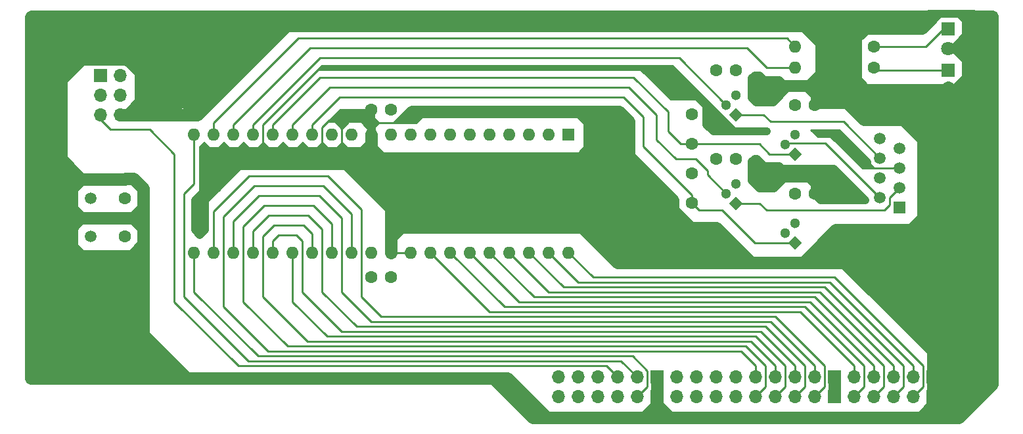
<source format=gbr>
%TF.GenerationSoftware,KiCad,Pcbnew,(5.1.10)-1*%
%TF.CreationDate,2022-08-14T17:25:08-06:00*%
%TF.ProjectId,network_card_a,6e657477-6f72-46b5-9f63-6172645f612e,rev?*%
%TF.SameCoordinates,Original*%
%TF.FileFunction,Copper,L1,Top*%
%TF.FilePolarity,Positive*%
%FSLAX46Y46*%
G04 Gerber Fmt 4.6, Leading zero omitted, Abs format (unit mm)*
G04 Created by KiCad (PCBNEW (5.1.10)-1) date 2022-08-14 17:25:08*
%MOMM*%
%LPD*%
G01*
G04 APERTURE LIST*
%TA.AperFunction,ComponentPad*%
%ADD10C,1.600000*%
%TD*%
%TA.AperFunction,ComponentPad*%
%ADD11O,1.600000X1.600000*%
%TD*%
%TA.AperFunction,ComponentPad*%
%ADD12C,1.800000*%
%TD*%
%TA.AperFunction,ComponentPad*%
%ADD13R,1.800000X1.800000*%
%TD*%
%TA.AperFunction,ComponentPad*%
%ADD14R,1.700000X1.700000*%
%TD*%
%TA.AperFunction,ComponentPad*%
%ADD15O,1.700000X1.700000*%
%TD*%
%TA.AperFunction,ComponentPad*%
%ADD16C,1.500000*%
%TD*%
%TA.AperFunction,ComponentPad*%
%ADD17R,1.600000X1.600000*%
%TD*%
%TA.AperFunction,WasherPad*%
%ADD18C,3.650000*%
%TD*%
%TA.AperFunction,ComponentPad*%
%ADD19R,1.500000X1.500000*%
%TD*%
%TA.AperFunction,ComponentPad*%
%ADD20C,1.300000*%
%TD*%
%TA.AperFunction,ComponentPad*%
%ADD21C,0.100000*%
%TD*%
%TA.AperFunction,Conductor*%
%ADD22C,0.250000*%
%TD*%
%TA.AperFunction,Conductor*%
%ADD23C,1.600000*%
%TD*%
%TA.AperFunction,Conductor*%
%ADD24C,2.500000*%
%TD*%
%TA.AperFunction,Conductor*%
%ADD25C,1.000000*%
%TD*%
G04 APERTURE END LIST*
D10*
%TO.P,10k\u03A9,1*%
%TO.N,N/C*%
X435515000Y-287350200D03*
D11*
%TO.P,10k\u03A9,2*%
X425355000Y-287350200D03*
%TD*%
%TO.P,10k\u03A9,2*%
%TO.N,N/C*%
X425320460Y-279717500D03*
D10*
%TO.P,10k\u03A9,1*%
X435480460Y-279717500D03*
%TD*%
D11*
%TO.P,100k\u03A9,2*%
%TO.N,N/C*%
X425323000Y-283527500D03*
D10*
%TO.P,100k\u03A9,1*%
X435483000Y-283527500D03*
%TD*%
D12*
%TO.P,TX,2*%
%TO.N,N/C*%
X468475060Y-272770600D03*
D13*
%TO.P,TX,1*%
X468475060Y-270230600D03*
%TD*%
D11*
%TO.P,4.7k\u03A9,2*%
%TO.N,N/C*%
X448815460Y-267157200D03*
D10*
%TO.P,4.7k\u03A9,1*%
X458975460Y-267157200D03*
%TD*%
D14*
%TO.P, ,1*%
%TO.N,N/C*%
X359280460Y-270857980D03*
D15*
%TO.P, ,2*%
X361820460Y-270857980D03*
%TO.P, ,3*%
X359280460Y-273397980D03*
%TO.P, ,4*%
X361820460Y-273397980D03*
%TO.P, ,5*%
X359280460Y-275937980D03*
%TO.P, ,6*%
X361820460Y-275937980D03*
%TD*%
D10*
%TO.P,4.7k\u03A9,1*%
%TO.N,N/C*%
X458975460Y-269892780D03*
D11*
%TO.P,4.7k\u03A9,2*%
X448815460Y-269892780D03*
%TD*%
D10*
%TO.P,20pf,2*%
%TO.N,N/C*%
X362455460Y-284232980D03*
%TO.P,20pf,1*%
X362455460Y-286732980D03*
%TD*%
D16*
%TO.P, ,2*%
%TO.N,N/C*%
X358010460Y-291632980D03*
%TO.P, ,1*%
X358010460Y-286732980D03*
%TD*%
D10*
%TO.P,20pf,1*%
%TO.N,N/C*%
X362455460Y-294135180D03*
%TO.P,20pf,2*%
X362455460Y-291635180D03*
%TD*%
%TO.P,0.1uf,1*%
%TO.N,N/C*%
X448815460Y-286097980D03*
%TO.P,0.1uf,2*%
X451315460Y-286097980D03*
%TD*%
%TO.P,0.1uf,1*%
%TO.N,N/C*%
X394205460Y-275302980D03*
%TO.P,0.1uf,2*%
X396705460Y-275302980D03*
%TD*%
%TO.P,0.1uf,1*%
%TO.N,N/C*%
X394205460Y-296892980D03*
%TO.P,0.1uf,2*%
X396705460Y-296892980D03*
%TD*%
D12*
%TO.P,RX,2*%
%TO.N,N/C*%
X468475060Y-267403580D03*
D13*
%TO.P,RX,1*%
X468475060Y-264863580D03*
%TD*%
D15*
%TO.P,20pin conn.,40*%
%TO.N,N/C*%
X418299900Y-312326020D03*
%TO.P,20pin conn.,39*%
X418299900Y-309786020D03*
%TO.P,20pin conn.,38*%
X420839900Y-312326020D03*
%TO.P,20pin conn.,37*%
X420839900Y-309786020D03*
%TO.P,20pin conn.,36*%
X423379900Y-312326020D03*
%TO.P,20pin conn.,35*%
X423379900Y-309786020D03*
%TO.P,20pin conn.,34*%
X425919900Y-312326020D03*
%TO.P,20pin conn.,33*%
X425919900Y-309786020D03*
%TO.P,20pin conn.,32*%
X428459900Y-312326020D03*
%TO.P,20pin conn.,31*%
X428459900Y-309786020D03*
D14*
%TO.P,20pin conn.,30*%
X430999900Y-312326020D03*
%TO.P,20pin conn.,29*%
X430999900Y-309786020D03*
D15*
%TO.P,20pin conn.,28*%
X433539900Y-312326020D03*
%TO.P,20pin conn.,27*%
X433539900Y-309786020D03*
%TO.P,20pin conn.,26*%
X436079900Y-312326020D03*
%TO.P,20pin conn.,25*%
X436079900Y-309786020D03*
%TO.P,20pin conn.,24*%
X438619900Y-312326020D03*
%TO.P,20pin conn.,23*%
X438619900Y-309786020D03*
%TO.P,20pin conn.,22*%
X441159900Y-312326020D03*
%TO.P,20pin conn.,21*%
X441159900Y-309786020D03*
%TO.P,20pin conn.,20*%
X443699900Y-312326020D03*
%TO.P,20pin conn.,19*%
X443699900Y-309786020D03*
%TO.P,20pin conn.,18*%
X446239900Y-312326020D03*
%TO.P,20pin conn.,17*%
X446239900Y-309786020D03*
%TO.P,20pin conn.,16*%
X448779900Y-312326020D03*
%TO.P,20pin conn.,15*%
X448779900Y-309786020D03*
%TO.P,20pin conn.,14*%
X451319900Y-312326020D03*
%TO.P,20pin conn.,13*%
X451319900Y-309786020D03*
D14*
%TO.P,20pin conn.,12*%
X453859900Y-312326020D03*
%TO.P,20pin conn.,11*%
X453859900Y-309786020D03*
D15*
%TO.P,20pin conn.,10*%
X456399900Y-312326020D03*
%TO.P,20pin conn.,9*%
X456399900Y-309786020D03*
%TO.P,20pin conn.,8*%
X458939900Y-312326020D03*
%TO.P,20pin conn.,7*%
X458939900Y-309786020D03*
%TO.P,20pin conn.,6*%
X461479900Y-312326020D03*
%TO.P,20pin conn.,5*%
X461479900Y-309786020D03*
%TO.P,20pin conn.,4*%
X464019900Y-312326020D03*
%TO.P,20pin conn.,3*%
X464019900Y-309786020D03*
D14*
%TO.P,20pin conn.,2*%
X466559900Y-312326020D03*
%TO.P,20pin conn.,1*%
X466559900Y-309786020D03*
%TD*%
D17*
%TO.P,atmega164,1*%
%TO.N,N/C*%
X419605460Y-278477980D03*
D11*
%TO.P,atmega164,21*%
X371345460Y-293717980D03*
%TO.P,atmega164,2*%
X417065460Y-278477980D03*
%TO.P,atmega164,22*%
X373885460Y-293717980D03*
%TO.P,atmega164,3*%
X414525460Y-278477980D03*
%TO.P,atmega164,23*%
X376425460Y-293717980D03*
%TO.P,atmega164,4*%
X411985460Y-278477980D03*
%TO.P,atmega164,24*%
X378965460Y-293717980D03*
%TO.P,atmega164,5*%
X409445460Y-278477980D03*
%TO.P,atmega164,25*%
X381505460Y-293717980D03*
%TO.P,atmega164,6*%
X406905460Y-278477980D03*
%TO.P,atmega164,26*%
X384045460Y-293717980D03*
%TO.P,atmega164,7*%
X404365460Y-278477980D03*
%TO.P,atmega164,27*%
X386585460Y-293717980D03*
%TO.P,atmega164,8*%
X401825460Y-278477980D03*
%TO.P,atmega164,28*%
X389125460Y-293717980D03*
%TO.P,atmega164,9*%
X399285460Y-278477980D03*
%TO.P,atmega164,29*%
X391665460Y-293717980D03*
%TO.P,atmega164,10*%
X396745460Y-278477980D03*
%TO.P,atmega164,30*%
X394205460Y-293717980D03*
%TO.P,atmega164,11*%
X394205460Y-278477980D03*
%TO.P,atmega164,31*%
X396745460Y-293717980D03*
%TO.P,atmega164,12*%
X391665460Y-278477980D03*
%TO.P,atmega164,32*%
X399285460Y-293717980D03*
%TO.P,atmega164,13*%
X389125460Y-278477980D03*
%TO.P,atmega164,33*%
X401825460Y-293717980D03*
%TO.P,atmega164,14*%
X386585460Y-278477980D03*
%TO.P,atmega164,34*%
X404365460Y-293717980D03*
%TO.P,atmega164,15*%
X384045460Y-278477980D03*
%TO.P,atmega164,35*%
X406905460Y-293717980D03*
%TO.P,atmega164,16*%
X381505460Y-278477980D03*
%TO.P,atmega164,36*%
X409445460Y-293717980D03*
%TO.P,atmega164,17*%
X378965460Y-278477980D03*
%TO.P,atmega164,37*%
X411985460Y-293717980D03*
%TO.P,atmega164,18*%
X376425460Y-278477980D03*
%TO.P,atmega164,38*%
X414525460Y-293717980D03*
%TO.P,atmega164,19*%
X373885460Y-278477980D03*
%TO.P,atmega164,39*%
X417065460Y-293717980D03*
%TO.P,atmega164,20*%
X371345460Y-278477980D03*
%TO.P,atmega164,40*%
X419605460Y-293717980D03*
%TD*%
D18*
%TO.P,RJ45,*%
%TO.N,*%
X468627460Y-277766780D03*
X468627460Y-289196780D03*
D19*
%TO.P,RJ45,1*%
%TO.N,N/C*%
X462277460Y-287926780D03*
D16*
%TO.P,RJ45,2*%
X459737460Y-286656780D03*
%TO.P,RJ45,3*%
X462277460Y-285386780D03*
%TO.P,RJ45,4*%
X459737460Y-284116780D03*
%TO.P,RJ45,5*%
X462277460Y-282846780D03*
%TO.P,RJ45,6*%
X459737460Y-281576780D03*
%TO.P,RJ45,7*%
X462277460Y-280306780D03*
%TO.P,RJ45,8*%
X459737460Y-279036780D03*
%TD*%
D20*
%TO.P,BC547B,2*%
%TO.N,N/C*%
X439925460Y-274667980D03*
%TO.P,BC547B,3*%
X441195460Y-273397980D03*
%TA.AperFunction,ComponentPad*%
D21*
%TO.P,BC547B,1*%
G36*
X442114699Y-275937980D02*
G01*
X441195460Y-276857219D01*
X440276221Y-275937980D01*
X441195460Y-275018741D01*
X442114699Y-275937980D01*
G37*
%TD.AperFunction*%
%TD*%
%TA.AperFunction,ComponentPad*%
%TO.P,BC547B,1*%
%TO.N,N/C*%
G36*
X449734699Y-281017980D02*
G01*
X448815460Y-281937219D01*
X447896221Y-281017980D01*
X448815460Y-280098741D01*
X449734699Y-281017980D01*
G37*
%TD.AperFunction*%
D20*
%TO.P,BC547B,3*%
X448815460Y-278477980D03*
%TO.P,BC547B,2*%
X447545460Y-279747980D03*
%TD*%
%TA.AperFunction,ComponentPad*%
D21*
%TO.P,BC547B,1*%
%TO.N,N/C*%
G36*
X449734699Y-292447980D02*
G01*
X448815460Y-293367219D01*
X447896221Y-292447980D01*
X448815460Y-291528741D01*
X449734699Y-292447980D01*
G37*
%TD.AperFunction*%
D20*
%TO.P,BC547B,3*%
X448815460Y-289907980D03*
%TO.P,BC547B,2*%
X447545460Y-291177980D03*
%TD*%
%TO.P,BC547B,2*%
%TO.N,N/C*%
X439925460Y-286097980D03*
%TO.P,BC547B,3*%
X441195460Y-284827980D03*
%TA.AperFunction,ComponentPad*%
D21*
%TO.P,BC547B,1*%
G36*
X442114699Y-287367980D02*
G01*
X441195460Y-288287219D01*
X440276221Y-287367980D01*
X441195460Y-286448741D01*
X442114699Y-287367980D01*
G37*
%TD.AperFunction*%
%TD*%
D11*
%TO.P,100k\u03A9,2*%
%TO.N,N/C*%
X425320460Y-275920200D03*
D10*
%TO.P,100k\u03A9,1*%
X435480460Y-275920200D03*
%TD*%
%TO.P,0.1uf,1*%
%TO.N,N/C*%
X438655460Y-270222980D03*
%TO.P,0.1uf,2*%
X441155460Y-270222980D03*
%TD*%
%TO.P,0.1uf,2*%
%TO.N,N/C*%
X441155460Y-281652980D03*
%TO.P,0.1uf,1*%
X438655460Y-281652980D03*
%TD*%
%TO.P,0.1uf,2*%
%TO.N,N/C*%
X451315460Y-274667980D03*
%TO.P,0.1uf,1*%
X448815460Y-274667980D03*
%TD*%
D22*
%TO.N,*%
X409445460Y-301337980D02*
X401825460Y-293717980D01*
X450720460Y-300067980D02*
X413255460Y-300067980D01*
X456399900Y-308287420D02*
X449450460Y-301337980D01*
X458939900Y-308287420D02*
X450720460Y-300067980D01*
X456399900Y-309786020D02*
X456399900Y-308287420D01*
X404365460Y-293717980D02*
X411350460Y-300702980D01*
X411350460Y-300702980D02*
X450085460Y-300702980D01*
X457705460Y-308322980D02*
X457705460Y-311020460D01*
X457705460Y-311020460D02*
X456399900Y-312326020D01*
X458939900Y-309786020D02*
X458939900Y-308287420D01*
X449450460Y-301337980D02*
X409445460Y-301337980D01*
X460245460Y-311020460D02*
X460245460Y-308322980D01*
X451355460Y-299432980D02*
X415160460Y-299432980D01*
X460245460Y-308322980D02*
X451355460Y-299432980D01*
X458939900Y-312326020D02*
X460245460Y-311020460D01*
X450085460Y-300702980D02*
X457705460Y-308322980D01*
X413255460Y-300067980D02*
X406905460Y-293717980D01*
X415160460Y-299432980D02*
X409445460Y-293717980D01*
X461479900Y-309786020D02*
X461479900Y-308287420D01*
X461479900Y-308287420D02*
X451990460Y-298797980D01*
X451990460Y-298797980D02*
X417065460Y-298797980D01*
X417065460Y-298797980D02*
X411985460Y-293717980D01*
X461479900Y-312326020D02*
X462785460Y-311020460D01*
X462785460Y-311020460D02*
X462785460Y-308322980D01*
X462785460Y-308322980D02*
X452625460Y-298162980D01*
X452625460Y-298162980D02*
X418970460Y-298162980D01*
X418970460Y-298162980D02*
X414525460Y-293717980D01*
X464019900Y-309786020D02*
X464019900Y-308287420D01*
X464019900Y-308287420D02*
X453260460Y-297527980D01*
X453260460Y-297527980D02*
X420875460Y-297527980D01*
X420875460Y-297527980D02*
X417065460Y-293717980D01*
X464019900Y-312326020D02*
X465325460Y-311020460D01*
X465325460Y-311020460D02*
X465325460Y-308322980D01*
X465325460Y-308322980D02*
X453895460Y-296892980D01*
X453895460Y-296892980D02*
X422780460Y-296892980D01*
X422780460Y-296892980D02*
X419605460Y-293717980D01*
D23*
X432618490Y-314986010D02*
X465003490Y-314986010D01*
D22*
X446239900Y-312326020D02*
X447545460Y-311020460D01*
X447545460Y-311020460D02*
X447545460Y-308322980D01*
X447545460Y-308322980D02*
X443735460Y-304512980D01*
X443735460Y-304512980D02*
X388490460Y-304512980D01*
X388490460Y-304512980D02*
X384045460Y-300067980D01*
X384045460Y-300067980D02*
X384045460Y-293717980D01*
X425919900Y-309786020D02*
X424456860Y-308322980D01*
X424456860Y-308322980D02*
X377060460Y-308322980D01*
X377060460Y-308322980D02*
X368805460Y-300067980D01*
X368805460Y-300067980D02*
X368805460Y-281017980D01*
X368805460Y-281017980D02*
X365630460Y-277842980D01*
X365630460Y-277842980D02*
X360550460Y-277842980D01*
X360550460Y-277842980D02*
X359280460Y-276572980D01*
X359280460Y-276572980D02*
X359280460Y-275937980D01*
X428459900Y-309786020D02*
X426361860Y-307687980D01*
X426361860Y-307687980D02*
X378330460Y-307687980D01*
X378330460Y-307687980D02*
X370075460Y-299432980D01*
X370075460Y-299432980D02*
X370075460Y-286097980D01*
X370075460Y-286097980D02*
X371345460Y-284827980D01*
X371345460Y-284827980D02*
X371345460Y-278477980D01*
X428459900Y-312326020D02*
X429765460Y-311020460D01*
X429765460Y-311020460D02*
X429765460Y-308957980D01*
X429765460Y-308957980D02*
X427860460Y-307052980D01*
X427860460Y-307052980D02*
X379600460Y-307052980D01*
X379600460Y-307052980D02*
X371345460Y-298797980D01*
X371345460Y-298797980D02*
X371345460Y-293717980D01*
D23*
X409886249Y-309906010D02*
X411663490Y-309906010D01*
X411663490Y-309906010D02*
X416743490Y-314986010D01*
X416743490Y-314986010D02*
X416752430Y-314986010D01*
X364360460Y-303877980D02*
X370388490Y-309906010D01*
X370388490Y-309906010D02*
X371667430Y-309906010D01*
X368170460Y-308957980D02*
X368170460Y-309592980D01*
X368170460Y-309592980D02*
X367857430Y-309906010D01*
X366900460Y-307687980D02*
X366900460Y-309584040D01*
X366900460Y-309584040D02*
X366578490Y-309906010D01*
X365630460Y-306417980D02*
X365630460Y-309584040D01*
X365630460Y-309584040D02*
X365308490Y-309906010D01*
X364360460Y-305147980D02*
X364360460Y-309584040D01*
X364360460Y-309584040D02*
X364038490Y-309906010D01*
X363090460Y-303877980D02*
X363090460Y-309584040D01*
X363090460Y-309584040D02*
X362768490Y-309906010D01*
X361820460Y-302607980D02*
X361820460Y-309592980D01*
X361820460Y-309592980D02*
X361507430Y-309906010D01*
X360550460Y-301337980D02*
X360550460Y-309584040D01*
X360550460Y-309584040D02*
X360228490Y-309906010D01*
X359280460Y-300067980D02*
X359280460Y-309584040D01*
X359280460Y-309584040D02*
X358958490Y-309906010D01*
X358010460Y-298797980D02*
X358010460Y-309592980D01*
X358010460Y-309592980D02*
X357697430Y-309906010D01*
X356740460Y-297527980D02*
X356740460Y-308949040D01*
X356740460Y-308949040D02*
X357697430Y-309906010D01*
X355470460Y-296257980D02*
X355470460Y-309584040D01*
X355470460Y-309584040D02*
X355148490Y-309906010D01*
X354200460Y-293717980D02*
X354200460Y-308949040D01*
X354200460Y-308949040D02*
X353243490Y-309906010D01*
X353243490Y-309906010D02*
X352930460Y-309592980D01*
X352930460Y-309592980D02*
X352930460Y-263237980D01*
X351660460Y-263237980D02*
X351660460Y-309592980D01*
X351660460Y-309592980D02*
X351973490Y-309906010D01*
X350270470Y-309906010D02*
X350270470Y-263357970D01*
X350270470Y-263357970D02*
X350390460Y-263237980D01*
X416752430Y-314986010D02*
X414966248Y-314986010D01*
X414966248Y-314986010D02*
X409886249Y-309906010D01*
X409886249Y-309906010D02*
X350270470Y-309906010D01*
D24*
X357375460Y-264507980D02*
X382140460Y-264507980D01*
X353565460Y-271492980D02*
X358645460Y-266412980D01*
X355787960Y-264190480D02*
X354200460Y-265777980D01*
D23*
X354200460Y-263872980D02*
X354200460Y-265777980D01*
X354200460Y-265777980D02*
X354200460Y-268317980D01*
X354200460Y-268317980D02*
X354200460Y-281652980D01*
X466559900Y-312326020D02*
X466559900Y-313429600D01*
X466559900Y-313429600D02*
X465003490Y-314986010D01*
X466595460Y-296186860D02*
X466559900Y-296222420D01*
X466559900Y-312326020D02*
X466559900Y-312732420D01*
X466559900Y-312732420D02*
X467865460Y-314037980D01*
X466559900Y-309786020D02*
X466559900Y-312326020D01*
D24*
X361820460Y-294987980D02*
X363090460Y-296257980D01*
X359915460Y-294987980D02*
X363725460Y-298797980D01*
X358010460Y-295622980D02*
X363725460Y-301337980D01*
D23*
X356740460Y-296257980D02*
X364360460Y-303877980D01*
X364802420Y-292628320D02*
X364802420Y-303849720D01*
X355192960Y-285820480D02*
X354280460Y-286732980D01*
X356780460Y-284232980D02*
X355192960Y-285820480D01*
X356780460Y-294175180D02*
X354944360Y-292339080D01*
X354944360Y-292339080D02*
X354200460Y-291595180D01*
X355192960Y-292090480D02*
X354944360Y-292339080D01*
X364804960Y-290542980D02*
X364804960Y-288002980D01*
X362455460Y-294135180D02*
X362881860Y-294135180D01*
X363316200Y-294135180D02*
X364794800Y-292656580D01*
X364804960Y-292656580D02*
X364804960Y-290542980D01*
X364804960Y-290542980D02*
X363534960Y-289272980D01*
X354200460Y-289272980D02*
X363090460Y-289272980D01*
X363534960Y-289272980D02*
X364804960Y-288002980D01*
X364804960Y-288002980D02*
X364804960Y-285462980D01*
X354200460Y-289272980D02*
X354200460Y-293717980D01*
X354200460Y-286732980D02*
X354200460Y-289272980D01*
X356918260Y-294175180D02*
X355470460Y-294175180D01*
X354200460Y-293717980D02*
X356740460Y-296257980D01*
X362455460Y-294175180D02*
X356918260Y-294175180D01*
X356918260Y-294175180D02*
X356918260Y-296080180D01*
X362455460Y-284232980D02*
X355470460Y-284232980D01*
X356780460Y-284232980D02*
X354200460Y-281652980D01*
X354200460Y-281652980D02*
X354200460Y-286732980D01*
X354280460Y-286732980D02*
X354200460Y-286732980D01*
X432618490Y-314986010D02*
X416752430Y-314986010D01*
X431670460Y-314037980D02*
X432618490Y-314986010D01*
X430999900Y-313367420D02*
X431670460Y-314037980D01*
X430999900Y-313367420D02*
X429381310Y-314986010D01*
X430999900Y-309786020D02*
X430999900Y-313367420D01*
D22*
X396745460Y-293717980D02*
X399285460Y-293717980D01*
D25*
X441155460Y-284787980D02*
X441195460Y-284827980D01*
X441155460Y-273357980D02*
X441195460Y-273397980D01*
D23*
X471675460Y-312767980D02*
X471893521Y-312986041D01*
X471675460Y-263237980D02*
X471675460Y-312767980D01*
X472945460Y-311497980D02*
X473163521Y-311716041D01*
X472945460Y-263237980D02*
X472945460Y-311497980D01*
X414525460Y-287367980D02*
X396745460Y-287367980D01*
D24*
X417830000Y-286097980D02*
X424815000Y-286097980D01*
X423415460Y-284827980D02*
X423415460Y-280382980D01*
D23*
X432940460Y-294987980D02*
X429130460Y-291177980D01*
X471675460Y-298797980D02*
X459610460Y-298797980D01*
X460880460Y-276572980D02*
X467865460Y-276572980D01*
X466559900Y-306453540D02*
X466559900Y-306382420D01*
X469770460Y-296892980D02*
X457705460Y-296892980D01*
X422145460Y-291177980D02*
X425955460Y-294987980D01*
X466559900Y-306453540D02*
X466559900Y-314866020D01*
X431035460Y-291812980D02*
X438655460Y-291812980D01*
X474215460Y-301337980D02*
X462150460Y-301337980D01*
X429130460Y-291177980D02*
X425320460Y-287367980D01*
X429130460Y-291177980D02*
X422145460Y-291177980D01*
X466559900Y-296222420D02*
X466559900Y-306453540D01*
X466595460Y-273397980D02*
X466595460Y-279112980D01*
X438655460Y-290542980D02*
X443100460Y-294987980D01*
X432305460Y-293082980D02*
X439925460Y-293082980D01*
X457705460Y-274032980D02*
X458975460Y-274032980D01*
X455295000Y-273050000D02*
X455295000Y-267970000D01*
X425955460Y-294987980D02*
X432940460Y-294987980D01*
X466595460Y-279112980D02*
X466595460Y-288002980D01*
X458975460Y-274032980D02*
X465960460Y-274032980D01*
X418335460Y-287367980D02*
X425320460Y-287367980D01*
X421510460Y-290542980D02*
X438655460Y-290542980D01*
X443100460Y-294987980D02*
X432940460Y-294987980D01*
X414525460Y-287367980D02*
X418335460Y-287367980D01*
X456565000Y-271492980D02*
X458470000Y-273397980D01*
X455165460Y-294987980D02*
X451990460Y-294987980D01*
X430400460Y-292447980D02*
X423415460Y-292447980D01*
X463420460Y-291812980D02*
X465960460Y-291812980D01*
X463420460Y-302607980D02*
X465960460Y-302607980D01*
X433575460Y-293717980D02*
X441195460Y-293717980D01*
X394840460Y-284192980D02*
X394205460Y-283557980D01*
X415795460Y-286097980D02*
X414525460Y-287367980D01*
X466595460Y-288002980D02*
X466595460Y-296186860D01*
X415795460Y-286097980D02*
X396745460Y-286097980D01*
X472945460Y-300067980D02*
X460880460Y-300067980D01*
X468500460Y-295622980D02*
X456435460Y-295622980D01*
X464690460Y-303877980D02*
X467230460Y-303877980D01*
X462785460Y-293082980D02*
X465325460Y-293082980D01*
X470405460Y-298162980D02*
X458340460Y-298162980D01*
X451990460Y-294987980D02*
X443100460Y-294987980D01*
X463420460Y-303242980D02*
X455165460Y-294987980D01*
X396745460Y-286097980D02*
X394840460Y-284192980D01*
X466559900Y-306382420D02*
X463420460Y-303242980D01*
X427225460Y-289272980D02*
X420240460Y-289272980D01*
X431670460Y-293717980D02*
X424685460Y-293717980D01*
X464055460Y-277842980D02*
X471040460Y-277842980D01*
X462785460Y-276572980D02*
X457705460Y-276572980D01*
X455165460Y-269587980D02*
X448815460Y-263237980D01*
X466595460Y-280382980D02*
X462785460Y-276572980D01*
X457070460Y-275302980D02*
X465960460Y-275302980D01*
X457070460Y-273397980D02*
X457705460Y-274032980D01*
X455800460Y-269587980D02*
X452198740Y-265986260D01*
X457705460Y-276572980D02*
X456326240Y-275193760D01*
X452198740Y-265986260D02*
X449450460Y-263237980D01*
X452755000Y-270510000D02*
X455642980Y-273397980D01*
X452755000Y-269240000D02*
X455642980Y-272127980D01*
X453390000Y-265430000D02*
X456277980Y-268317980D01*
X456565000Y-271780000D02*
X456565000Y-265430000D01*
X350390460Y-263237980D02*
X466377020Y-263237980D01*
X469135460Y-273050000D02*
X468500460Y-272415000D01*
X468178490Y-314986010D02*
X469135460Y-314029040D01*
X469135460Y-314029040D02*
X469135460Y-273050000D01*
X467865460Y-314672980D02*
X468178490Y-314986010D01*
X467865460Y-273397980D02*
X467865460Y-314672980D01*
X470405460Y-314037980D02*
X470623521Y-314256041D01*
X470405460Y-272920460D02*
X470405460Y-314037980D01*
X471040460Y-272285460D02*
X470405460Y-272920460D01*
X471040460Y-263237980D02*
X471040460Y-272285460D01*
X474215460Y-263237980D02*
X471040460Y-263237980D01*
X474215460Y-310664102D02*
X474215460Y-263237980D01*
X469893552Y-314986010D02*
X474215460Y-310664102D01*
X465003490Y-314986010D02*
X469893552Y-314986010D01*
X471675460Y-270639540D02*
X469265000Y-273050000D01*
X468152480Y-272762980D02*
X468500460Y-272415000D01*
X457070460Y-272762980D02*
X468152480Y-272762980D01*
X456435460Y-272127980D02*
X457070460Y-272762980D01*
X456435460Y-274032980D02*
X456435460Y-272127980D01*
X455800460Y-274667980D02*
X456435460Y-274032980D01*
X456326240Y-275193760D02*
X455800460Y-274667980D01*
D25*
X471797380Y-262938260D02*
X466082380Y-262938260D01*
X471170000Y-265430000D02*
X469265000Y-267335000D01*
X469265000Y-267403580D02*
X470971880Y-269110460D01*
X468475060Y-267403580D02*
X470684860Y-267403580D01*
D22*
X467926420Y-264863580D02*
X468475060Y-264863580D01*
X465632800Y-267157200D02*
X467926420Y-264863580D01*
X458975460Y-267157200D02*
X465632800Y-267157200D01*
X459331060Y-270230600D02*
X458975460Y-269875000D01*
X468475060Y-270230600D02*
X459331060Y-270230600D01*
X381505460Y-292229540D02*
X381505460Y-293717980D01*
X384531870Y-291465000D02*
X382270000Y-291465000D01*
X385315460Y-292248590D02*
X384531870Y-291465000D01*
X382270000Y-291465000D02*
X381505460Y-292229540D01*
X385315460Y-298797980D02*
X385315460Y-292248590D01*
X390395460Y-303877980D02*
X385315460Y-298797980D01*
X444370460Y-303877980D02*
X390395460Y-303877980D01*
X448779900Y-308287420D02*
X444370460Y-303877980D01*
X448779900Y-309786020D02*
X448779900Y-308287420D01*
X386585460Y-291335460D02*
X386585460Y-293717980D01*
X385445000Y-290195000D02*
X386585460Y-291335460D01*
X380235460Y-291594540D02*
X381635000Y-290195000D01*
X380235460Y-299432980D02*
X380235460Y-291594540D01*
X385950460Y-305147980D02*
X380235460Y-299432980D01*
X381635000Y-290195000D02*
X385445000Y-290195000D01*
X443100460Y-305147980D02*
X385950460Y-305147980D01*
X446239900Y-308287420D02*
X443100460Y-305147980D01*
X446239900Y-309786020D02*
X446239900Y-308287420D01*
X450085460Y-311020460D02*
X448779900Y-312326020D01*
X450085460Y-308322980D02*
X450085460Y-311020460D01*
X392300460Y-303242980D02*
X445005460Y-303242980D01*
X387855460Y-298797980D02*
X392300460Y-303242980D01*
X387855460Y-290700460D02*
X387855460Y-298797980D01*
X445005460Y-303242980D02*
X450085460Y-308322980D01*
X386080000Y-288925000D02*
X387855460Y-290700460D01*
X381000000Y-288925000D02*
X386080000Y-288925000D01*
X378965460Y-290959540D02*
X381000000Y-288925000D01*
X378965460Y-293717980D02*
X378965460Y-290959540D01*
X445005460Y-311020460D02*
X443699900Y-312326020D01*
X445005460Y-308322980D02*
X445005460Y-311020460D01*
X377695460Y-300067980D02*
X383410460Y-305782980D01*
X383410460Y-305782980D02*
X442465460Y-305782980D01*
X377695460Y-290324540D02*
X377695460Y-300067980D01*
X380365000Y-287655000D02*
X377695460Y-290324540D01*
X389125460Y-290065460D02*
X386715000Y-287655000D01*
X442465460Y-305782980D02*
X445005460Y-308322980D01*
X386715000Y-287655000D02*
X380365000Y-287655000D01*
X389125460Y-293717980D02*
X389125460Y-290065460D01*
X376425460Y-289689540D02*
X376425460Y-293717980D01*
X387508750Y-286385000D02*
X379730000Y-286385000D01*
X390395460Y-289271710D02*
X387508750Y-286385000D01*
X390395460Y-298797980D02*
X390395460Y-289271710D01*
X394205460Y-302607980D02*
X390395460Y-298797980D01*
X445640460Y-302607980D02*
X394205460Y-302607980D01*
X451319900Y-308287420D02*
X445640460Y-302607980D01*
X379730000Y-286385000D02*
X376425460Y-289689540D01*
X451319900Y-309786020D02*
X451319900Y-308287420D01*
X391665460Y-288795460D02*
X391665460Y-293717980D01*
X379095000Y-285115000D02*
X387985000Y-285115000D01*
X375155460Y-289054540D02*
X379095000Y-285115000D01*
X375155460Y-300702980D02*
X375155460Y-289054540D01*
X387985000Y-285115000D02*
X391665460Y-288795460D01*
X380870460Y-306417980D02*
X375155460Y-300702980D01*
X443699900Y-308287420D02*
X441830460Y-306417980D01*
X441830460Y-306417980D02*
X380870460Y-306417980D01*
X443699900Y-309786020D02*
X443699900Y-308287420D01*
X373885460Y-288419540D02*
X373885460Y-293717980D01*
X392935460Y-288160460D02*
X388620000Y-283845000D01*
X378460000Y-283845000D02*
X373885460Y-288419540D01*
X392935460Y-299432980D02*
X392935460Y-288160460D01*
X388620000Y-283845000D02*
X378460000Y-283845000D01*
X395475460Y-301972980D02*
X392935460Y-299432980D01*
X446275460Y-301972980D02*
X395475460Y-301972980D01*
X452625460Y-311020460D02*
X452625460Y-308322980D01*
X452625460Y-308322980D02*
X446275460Y-301972980D01*
X451319900Y-312326020D02*
X452625460Y-311020460D01*
D25*
X470115900Y-263105900D02*
X471170000Y-264160000D01*
D23*
X416587940Y-286097980D02*
X415795460Y-286097980D01*
X425320460Y-277365460D02*
X416587940Y-286097980D01*
D24*
X424685460Y-281305000D02*
X419605460Y-286385000D01*
D22*
X447715640Y-279577800D02*
X447545460Y-279747980D01*
X452658480Y-279577800D02*
X447715640Y-279577800D01*
X459737460Y-286656780D02*
X452658480Y-279577800D01*
X430926240Y-279161240D02*
X433425600Y-281660600D01*
X435965600Y-281660600D02*
X437515000Y-283210000D01*
X430926240Y-275986240D02*
X430926240Y-279161240D01*
X427355000Y-272415000D02*
X430926240Y-275986240D01*
X437515000Y-283687520D02*
X439925460Y-286097980D01*
X437515000Y-283210000D02*
X437515000Y-283687520D01*
X433425600Y-281660600D02*
X435965600Y-281660600D01*
X388838440Y-272415000D02*
X427355000Y-272415000D01*
X384045460Y-277207980D02*
X388838440Y-272415000D01*
X384045460Y-278477980D02*
X384045460Y-277207980D01*
X444212980Y-287367980D02*
X441195460Y-287367980D01*
X445135000Y-288290000D02*
X444212980Y-287367980D01*
X460263240Y-288290000D02*
X445135000Y-288290000D01*
X461007460Y-287545780D02*
X460263240Y-288290000D01*
X461007460Y-286656780D02*
X461007460Y-287545780D01*
X462277460Y-285386780D02*
X461007460Y-286656780D01*
X448815460Y-281017980D02*
X445482980Y-281017980D01*
X444182500Y-279717500D02*
X435480460Y-279717500D01*
X445482980Y-281017980D02*
X444182500Y-279717500D01*
D23*
X356740460Y-289272980D02*
X355470460Y-288002980D01*
X355213600Y-290784600D02*
X356692200Y-289306000D01*
X355600000Y-284560000D02*
X355600000Y-293370000D01*
X362495460Y-284192980D02*
X362455460Y-284232980D01*
X363534960Y-284192980D02*
X362495460Y-284192980D01*
X364804960Y-285462980D02*
X363534960Y-284192980D01*
D24*
X363855000Y-297180000D02*
X363855000Y-295275000D01*
D23*
X452198740Y-265986260D02*
X452198740Y-271066260D01*
D25*
X451315460Y-284945460D02*
X451315460Y-286097980D01*
X443577980Y-282287980D02*
X445452500Y-284162500D01*
X447357500Y-284162500D02*
X447675000Y-283845000D01*
X446087500Y-285432500D02*
X447357500Y-284162500D01*
X446087500Y-285432500D02*
X446087500Y-284162500D01*
X446087500Y-284162500D02*
X447357500Y-284162500D01*
X445452500Y-284162500D02*
X446087500Y-284162500D01*
X450215000Y-283845000D02*
X450532500Y-284162500D01*
X450532500Y-284162500D02*
X453707500Y-284162500D01*
X450532500Y-284162500D02*
X451315460Y-284945460D01*
X453707500Y-284162500D02*
X455295000Y-285750000D01*
X455295000Y-285750000D02*
X452120000Y-285750000D01*
X452120000Y-285750000D02*
X452120000Y-284480000D01*
X452120000Y-284480000D02*
X452755000Y-285115000D01*
X452755000Y-285115000D02*
X454025000Y-285115000D01*
X450469000Y-284226000D02*
X450532500Y-284162500D01*
X447040000Y-284226000D02*
X450469000Y-284226000D01*
X447040000Y-283718000D02*
X450469000Y-283718000D01*
X455582020Y-274667980D02*
X455691240Y-274558760D01*
X451315460Y-274667980D02*
X455582020Y-274667980D01*
D23*
X455691240Y-274558760D02*
X456326240Y-275193760D01*
D25*
X451315460Y-274667980D02*
X451315460Y-274362540D01*
X451315460Y-274362540D02*
X451612000Y-274066000D01*
X454406000Y-274066000D02*
X454802240Y-273669760D01*
X451612000Y-274066000D02*
X454406000Y-274066000D01*
D23*
X454802240Y-273669760D02*
X455691240Y-274558760D01*
X452198740Y-271066260D02*
X454802240Y-273669760D01*
D25*
X448056000Y-272542000D02*
X450342000Y-272542000D01*
X451315460Y-273515460D02*
X451315460Y-274667980D01*
X450342000Y-272542000D02*
X451315460Y-273515460D01*
X451358000Y-272542000D02*
X452374000Y-273558000D01*
X451866000Y-270764000D02*
X450596000Y-272034000D01*
X443738000Y-271526000D02*
X443230000Y-272034000D01*
X443230000Y-272034000D02*
X443230000Y-273812000D01*
X446786000Y-271526000D02*
X443738000Y-271526000D01*
X447294000Y-272034000D02*
X446786000Y-271526000D01*
X451358000Y-272034000D02*
X447294000Y-272034000D01*
X451612000Y-271780000D02*
X451358000Y-272034000D01*
X453390000Y-273558000D02*
X451612000Y-271780000D01*
X447040000Y-272288000D02*
X443484000Y-272288000D01*
X447294000Y-272034000D02*
X447040000Y-272288000D01*
X446786000Y-273050000D02*
X443738000Y-273050000D01*
X446532000Y-273558000D02*
X443484000Y-273558000D01*
X446278000Y-273812000D02*
X443230000Y-273812000D01*
D23*
X425320460Y-287367980D02*
X425320460Y-275920200D01*
X432435000Y-289560000D02*
X426877480Y-289560000D01*
X431800000Y-287655000D02*
X426242480Y-287655000D01*
X431165000Y-286385000D02*
X425607480Y-286385000D01*
X430530000Y-285115000D02*
X424972480Y-285115000D01*
D24*
X426720000Y-283845000D02*
X426720000Y-277495000D01*
X426720000Y-283845000D02*
X428625000Y-283845000D01*
D23*
X432722020Y-287942020D02*
X435610000Y-290830000D01*
D25*
X445973200Y-274370800D02*
X447802000Y-272542000D01*
X443788800Y-274370800D02*
X445973200Y-274370800D01*
X443230000Y-273812000D02*
X443788800Y-274370800D01*
X396745460Y-293717980D02*
X396745460Y-292229540D01*
X396745460Y-292229540D02*
X398145000Y-290830000D01*
X421640000Y-290830000D02*
X421718740Y-290751260D01*
X398145000Y-290830000D02*
X421640000Y-290830000D01*
D23*
X421718740Y-290751260D02*
X422145460Y-291177980D01*
X418335460Y-287367980D02*
X421718740Y-290751260D01*
D25*
X397510000Y-290830000D02*
X397510000Y-288290000D01*
X397510000Y-290195000D02*
X421005000Y-290195000D01*
X397510000Y-289560000D02*
X421005000Y-289560000D01*
X397510000Y-288925000D02*
X421005000Y-288925000D01*
X397510000Y-288290000D02*
X421005000Y-288290000D01*
D23*
X394205460Y-278477980D02*
X394205460Y-279905460D01*
X394205460Y-279905460D02*
X394205460Y-283557980D01*
D25*
X422780460Y-281305000D02*
X422845230Y-281240230D01*
X395605000Y-281305000D02*
X422780460Y-281305000D01*
X394205460Y-279905460D02*
X395605000Y-281305000D01*
D24*
X422845230Y-281240230D02*
X418970460Y-285115000D01*
X424050460Y-280035000D02*
X422845230Y-281240230D01*
D25*
X394335000Y-281940000D02*
X421510460Y-281940000D01*
X394335000Y-282575000D02*
X421510460Y-282575000D01*
X394335000Y-283210000D02*
X421510460Y-283210000D01*
X394970000Y-283845000D02*
X422145460Y-283845000D01*
X395605000Y-284480000D02*
X422780460Y-284480000D01*
X395605000Y-285115000D02*
X422780460Y-285115000D01*
X390900920Y-282575000D02*
X396745460Y-288419540D01*
X377190000Y-282575000D02*
X390900920Y-282575000D01*
D23*
X396745460Y-287367980D02*
X396745460Y-288419540D01*
X396745460Y-288419540D02*
X396745460Y-293717980D01*
D25*
X372745000Y-281940000D02*
X372745000Y-285750000D01*
X372745000Y-285750000D02*
X371475000Y-287020000D01*
X371475000Y-287020000D02*
X371475000Y-290830000D01*
X371475000Y-290830000D02*
X372110000Y-291465000D01*
X372110000Y-291465000D02*
X372745000Y-290830000D01*
X372745000Y-290830000D02*
X372745000Y-287020000D01*
X372110000Y-287020000D02*
X372110000Y-290830000D01*
X372745000Y-287020000D02*
X373697500Y-286067500D01*
X373697500Y-286067500D02*
X377190000Y-282575000D01*
X373697500Y-286067500D02*
X373697500Y-280987500D01*
X374332500Y-285432500D02*
X374332500Y-280987500D01*
X375602500Y-283527500D02*
X375602500Y-281305000D01*
X376237500Y-282892500D02*
X376237500Y-280670000D01*
X374967500Y-284162500D02*
X374967500Y-281305000D01*
X376555000Y-281305000D02*
X393700000Y-281305000D01*
X376555000Y-281940000D02*
X393700000Y-281940000D01*
D23*
X391952480Y-282575000D02*
X396745460Y-287367980D01*
X391795000Y-282575000D02*
X391952480Y-282575000D01*
X392777980Y-283557980D02*
X391795000Y-282575000D01*
X394205460Y-282575000D02*
X392777980Y-282575000D01*
D22*
X458470000Y-281940000D02*
X454431400Y-277901400D01*
X458741780Y-282846780D02*
X462277460Y-282846780D01*
X457471780Y-282846780D02*
X458741780Y-282846780D01*
X453390000Y-278765000D02*
X457471780Y-282846780D01*
X451713600Y-278765000D02*
X453390000Y-278765000D01*
X450850000Y-277901400D02*
X451713600Y-278765000D01*
X454431400Y-277901400D02*
X450850000Y-277901400D01*
X454660000Y-278130000D02*
X451078600Y-278130000D01*
X454888600Y-278358600D02*
X451307200Y-278358600D01*
X455117200Y-278587200D02*
X451535800Y-278587200D01*
X453618600Y-278739600D02*
X457700380Y-282821380D01*
X453872600Y-278739600D02*
X457954380Y-282821380D01*
X454126600Y-278739600D02*
X458208380Y-282821380D01*
X454380600Y-278739600D02*
X458462380Y-282821380D01*
X454634600Y-278739600D02*
X458716380Y-282821380D01*
X454888600Y-278739600D02*
X458970380Y-282821380D01*
X455277220Y-278747220D02*
X457327000Y-280797000D01*
X458470000Y-281940000D02*
X458470000Y-282448000D01*
X455023220Y-278620220D02*
X458470000Y-282067000D01*
X447715640Y-291007800D02*
X447545460Y-291177980D01*
D25*
X454279000Y-283464000D02*
X446024000Y-283464000D01*
X451315460Y-286097980D02*
X456912980Y-286097980D01*
X453771000Y-282956000D02*
X445516000Y-282956000D01*
X457835000Y-287020000D02*
X453771000Y-282956000D01*
X452120000Y-287020000D02*
X457835000Y-287020000D01*
X451315460Y-286215460D02*
X452120000Y-287020000D01*
X451315460Y-286097980D02*
X451315460Y-286215460D01*
D22*
X390398000Y-277723600D02*
X390398000Y-280263600D01*
X389534400Y-276860000D02*
X390398000Y-277723600D01*
X388620000Y-276860000D02*
X389534400Y-276860000D01*
X387858000Y-277622000D02*
X388620000Y-276860000D01*
X387858000Y-280263600D02*
X387858000Y-277622000D01*
X390398000Y-277723600D02*
X390398000Y-277622000D01*
X390448800Y-277672800D02*
X391210800Y-276910800D01*
X389737600Y-277037800D02*
X390956800Y-277037800D01*
X390067800Y-277190200D02*
X390652000Y-277190200D01*
X390067800Y-277342600D02*
X390652000Y-277342600D01*
X390169400Y-277495000D02*
X390398000Y-277495000D01*
X375158000Y-279577800D02*
X375107200Y-279577800D01*
X375107200Y-279577800D02*
X374015000Y-280670000D01*
X375158000Y-280263600D02*
X375158000Y-279577800D01*
X375158000Y-279527000D02*
X376250200Y-280619200D01*
X374802400Y-280136600D02*
X375513600Y-280136600D01*
X374802400Y-280009600D02*
X375513600Y-280009600D01*
X374802400Y-279908000D02*
X375513600Y-279908000D01*
X377342400Y-280009600D02*
X378053600Y-280009600D01*
X377342400Y-279908000D02*
X378053600Y-279908000D01*
X377698000Y-280263600D02*
X377698000Y-279577800D01*
X377647200Y-279577800D02*
X376555000Y-280670000D01*
X377342400Y-280136600D02*
X378053600Y-280136600D01*
X377698000Y-279527000D02*
X378790200Y-280619200D01*
X379882400Y-280009600D02*
X380593600Y-280009600D01*
X379882400Y-279908000D02*
X380593600Y-279908000D01*
X380238000Y-280263600D02*
X380238000Y-279577800D01*
X380187200Y-279577800D02*
X379095000Y-280670000D01*
X379882400Y-280136600D02*
X380593600Y-280136600D01*
X382422400Y-280009600D02*
X383133600Y-280009600D01*
X382422400Y-279908000D02*
X383133600Y-279908000D01*
X382778000Y-280263600D02*
X382778000Y-279577800D01*
X382727200Y-279577800D02*
X381635000Y-280670000D01*
X382422400Y-280136600D02*
X383133600Y-280136600D01*
X382778000Y-279527000D02*
X383870200Y-280619200D01*
X384962400Y-280009600D02*
X385673600Y-280009600D01*
X384962400Y-279908000D02*
X385673600Y-279908000D01*
X385318000Y-280263600D02*
X385318000Y-279577800D01*
X385267200Y-279577800D02*
X384175000Y-280670000D01*
X384962400Y-280136600D02*
X385673600Y-280136600D01*
X385318000Y-279527000D02*
X386410200Y-280619200D01*
X387502400Y-280009600D02*
X388213600Y-280009600D01*
X387502400Y-279908000D02*
X388213600Y-279908000D01*
X387858000Y-280263600D02*
X387858000Y-279577800D01*
X387807200Y-279577800D02*
X386715000Y-280670000D01*
X387502400Y-280136600D02*
X388213600Y-280136600D01*
X387858000Y-279527000D02*
X388950200Y-280619200D01*
X390042400Y-280009600D02*
X390753600Y-280009600D01*
X390042400Y-279908000D02*
X390753600Y-279908000D01*
X390398000Y-279577800D02*
X390398000Y-277723600D01*
X390398000Y-280263600D02*
X390398000Y-279577800D01*
X390347200Y-279577800D02*
X389255000Y-280670000D01*
X390042400Y-280136600D02*
X390753600Y-280136600D01*
X390398000Y-279527000D02*
X391490200Y-280619200D01*
X393598400Y-279425400D02*
X392506200Y-280517600D01*
X393725400Y-279552400D02*
X392633200Y-280644600D01*
X393801600Y-279679400D02*
X392709400Y-280771600D01*
D23*
X453859900Y-309786020D02*
X453859900Y-312326020D01*
X461515460Y-293082980D02*
X466595460Y-288002980D01*
X454025000Y-290830000D02*
X464185000Y-290830000D01*
X449867020Y-294987980D02*
X454025000Y-290830000D01*
X465584540Y-294352980D02*
X452120000Y-294352980D01*
X466219540Y-293082980D02*
X452755000Y-293082980D01*
X467489540Y-291812980D02*
X454025000Y-291812980D01*
D24*
X381287020Y-264507980D02*
X382270000Y-264507980D01*
X371475000Y-274320000D02*
X381287020Y-264507980D01*
X370840000Y-274320000D02*
X371475000Y-274320000D01*
X355470460Y-268317980D02*
X364837980Y-268317980D01*
X356105460Y-265777980D02*
X378807980Y-265777980D01*
X355470460Y-267047980D02*
X377537980Y-267047980D01*
X364837980Y-267682980D02*
X370840000Y-273685000D01*
X366107980Y-267047980D02*
X372110000Y-273050000D01*
X367377980Y-266412980D02*
X373380000Y-272415000D01*
X368647980Y-265142980D02*
X374650000Y-271145000D01*
X369917980Y-263872980D02*
X375920000Y-269875000D01*
D23*
X362872020Y-275937980D02*
X364490000Y-274320000D01*
D24*
X365125000Y-270510000D02*
X368935000Y-274320000D01*
X362932980Y-268317980D02*
X365125000Y-270510000D01*
D23*
X364490000Y-275590000D02*
X364490000Y-269875000D01*
X365760000Y-275590000D02*
X365760000Y-269875000D01*
X367030000Y-275590000D02*
X367030000Y-269875000D01*
X367665000Y-275590000D02*
X367665000Y-274955000D01*
X426877480Y-288925000D02*
X425955460Y-288002980D01*
X432435000Y-288925000D02*
X426877480Y-288925000D01*
X433070000Y-289560000D02*
X432435000Y-288925000D01*
X433070000Y-287020000D02*
X433070000Y-289560000D01*
X427355000Y-281305000D02*
X433070000Y-287020000D01*
X426415200Y-275920200D02*
X427355000Y-276860000D01*
X425955460Y-288002980D02*
X418970460Y-288002980D01*
X427355000Y-276860000D02*
X427355000Y-281305000D01*
X423732960Y-279587960D02*
X423732960Y-276037040D01*
X426415200Y-275920200D02*
X423849800Y-275920200D01*
D22*
X372618000Y-280263600D02*
X372618000Y-279577800D01*
X372618000Y-279527000D02*
X373710200Y-280619200D01*
X372262400Y-280009600D02*
X372973600Y-280009600D01*
X372262400Y-279908000D02*
X372973600Y-279908000D01*
X372110000Y-280035000D02*
X372110000Y-285750000D01*
X372567200Y-279577800D02*
X372110000Y-280035000D01*
X372262400Y-280060400D02*
X372262400Y-285775400D01*
X372465600Y-281660600D02*
X372465600Y-280187400D01*
X372745000Y-281940000D02*
X372465600Y-281660600D01*
X372668800Y-281559000D02*
X372668800Y-280085800D01*
X372846600Y-281482800D02*
X372846600Y-280009600D01*
X373024400Y-281559000D02*
X373024400Y-280085800D01*
X373202200Y-281736800D02*
X373202200Y-280263600D01*
X373380000Y-281889200D02*
X373380000Y-280416000D01*
D25*
X393700000Y-280670000D02*
X373303800Y-280670000D01*
X394205460Y-280164540D02*
X393700000Y-280670000D01*
X394205460Y-278477980D02*
X394205460Y-280164540D01*
D22*
X459737460Y-281576780D02*
X455020680Y-276860000D01*
X455020680Y-276860000D02*
X445675385Y-276860000D01*
X445675385Y-276860000D02*
X444753365Y-275937980D01*
X444753365Y-275937980D02*
X441195460Y-275937980D01*
X435515000Y-286290000D02*
X435515000Y-287350200D01*
X429260000Y-280035000D02*
X435515000Y-286290000D01*
X429260000Y-276225000D02*
X429260000Y-280035000D01*
X426720000Y-273685000D02*
X429260000Y-276225000D01*
X390108440Y-273685000D02*
X426720000Y-273685000D01*
X386585460Y-277207980D02*
X390108440Y-273685000D01*
X386585460Y-278477980D02*
X386585460Y-277207980D01*
X443577980Y-292447980D02*
X448815460Y-292447980D01*
X439420000Y-288290000D02*
X443577980Y-292447980D01*
X436454800Y-288290000D02*
X439420000Y-288290000D01*
X435515000Y-287350200D02*
X436454800Y-288290000D01*
D25*
X390702800Y-276250400D02*
X392684000Y-276250400D01*
X393141200Y-275742400D02*
X393776200Y-276377400D01*
D22*
X391795000Y-275590000D02*
X392082020Y-275302980D01*
X391160000Y-276225000D02*
X391795000Y-275590000D01*
D25*
X391769600Y-275742400D02*
X393039600Y-275742400D01*
D22*
X390525000Y-276860000D02*
X391160000Y-276225000D01*
X390405620Y-276979380D02*
X390525000Y-276860000D01*
X391833100Y-275455380D02*
X390108440Y-275455380D01*
X391693400Y-275605240D02*
X389968740Y-275605240D01*
X391556240Y-275765260D02*
X389831580Y-275765260D01*
X391353040Y-275920200D02*
X389628380Y-275920200D01*
X391253980Y-276082760D02*
X389529320Y-276082760D01*
X391086340Y-276209760D02*
X389361680Y-276209760D01*
X390900920Y-276367240D02*
X389176260Y-276367240D01*
X390753600Y-276542500D02*
X389028940Y-276542500D01*
X390573260Y-276705060D02*
X388848600Y-276705060D01*
X390525000Y-276860000D02*
X388620000Y-276860000D01*
X388620000Y-276860000D02*
X390177020Y-275302980D01*
X390177020Y-275302980D02*
X394205460Y-275302980D01*
X392082020Y-275302980D02*
X394205460Y-275302980D01*
X393065000Y-276860000D02*
X393252960Y-276672040D01*
X389534400Y-276860000D02*
X393065000Y-276860000D01*
D25*
X394205460Y-277624540D02*
X392805920Y-276225000D01*
D23*
X423097960Y-277682960D02*
X421005000Y-275590000D01*
X422275000Y-280670000D02*
X422275000Y-276860000D01*
X426085000Y-275590000D02*
X399415000Y-275590000D01*
X426415200Y-275920200D02*
X426085000Y-275590000D01*
D22*
X394205460Y-276989540D02*
X399920460Y-276989540D01*
D25*
X394205460Y-275302980D02*
X394205460Y-276989540D01*
X394205460Y-276989540D02*
X394205460Y-277624540D01*
D22*
X399920460Y-276989540D02*
X400685000Y-276225000D01*
X399590260Y-276989540D02*
X400354800Y-276225000D01*
X399260060Y-276989540D02*
X400024600Y-276225000D01*
X398929860Y-276989540D02*
X399694400Y-276225000D01*
X398599660Y-276989540D02*
X399364200Y-276225000D01*
X398269460Y-276989540D02*
X399034000Y-276225000D01*
X397075660Y-276964140D02*
X398957800Y-275082000D01*
X397405860Y-276989540D02*
X398780000Y-275615400D01*
X397659860Y-276989540D02*
X398780000Y-275869400D01*
X397990060Y-276989540D02*
X399415000Y-275564600D01*
D25*
X443577980Y-283303980D02*
X445452500Y-285178500D01*
D22*
X435480460Y-279717500D02*
X434022500Y-279717500D01*
X434022500Y-279717500D02*
X432435000Y-278130000D01*
X427990000Y-271145000D02*
X387568440Y-271145000D01*
X387568440Y-271145000D02*
X381505460Y-277207980D01*
X432435000Y-278130000D02*
X432435000Y-275590000D01*
X432435000Y-275590000D02*
X427990000Y-271145000D01*
X381505460Y-277207980D02*
X381505460Y-278477980D01*
X397304260Y-276938740D02*
X399186400Y-275056600D01*
X394589000Y-276479000D02*
X395097000Y-276987000D01*
X394335000Y-276479000D02*
X394843000Y-276987000D01*
X395097000Y-276987000D02*
X394589000Y-277495000D01*
X394843000Y-276987000D02*
X394335000Y-277495000D01*
X394589000Y-277495000D02*
X394589000Y-278094440D01*
D25*
X443577980Y-284192980D02*
X444881000Y-285496000D01*
X446024000Y-285496000D02*
X446087500Y-285432500D01*
X444246000Y-285496000D02*
X446024000Y-285496000D01*
X443230000Y-284480000D02*
X444246000Y-285496000D01*
X443230000Y-282000960D02*
X443230000Y-284480000D01*
X443577980Y-281652980D02*
X443230000Y-282000960D01*
X443577980Y-271492980D02*
X445452500Y-273367500D01*
X443577980Y-270857980D02*
X444212980Y-270857980D01*
X443577980Y-270857980D02*
X443577980Y-271492980D01*
X444212980Y-270857980D02*
X445770000Y-272415000D01*
X445770000Y-272415000D02*
X444500000Y-271145000D01*
X443230000Y-271205960D02*
X443230000Y-273685000D01*
X443577980Y-270857980D02*
X443230000Y-271205960D01*
X447294000Y-283083000D02*
X446786000Y-282575000D01*
X446786000Y-282575000D02*
X443738000Y-282575000D01*
X443908180Y-281652980D02*
X445447420Y-283192220D01*
X443577980Y-281652980D02*
X443908180Y-281652980D01*
D24*
X380492000Y-264058400D02*
X464632040Y-264058400D01*
D23*
X371762020Y-275937980D02*
X383641600Y-264058400D01*
X361820460Y-275937980D02*
X371762020Y-275937980D01*
D22*
X447723260Y-266065000D02*
X448815460Y-267157200D01*
X384810000Y-266065000D02*
X447723260Y-266065000D01*
X373885460Y-276989540D02*
X384810000Y-266065000D01*
X373885460Y-278477980D02*
X373885460Y-276989540D01*
X445152780Y-269892780D02*
X448815460Y-269892780D01*
X442595000Y-267335000D02*
X445152780Y-269892780D01*
X376425460Y-277207980D02*
X386298440Y-267335000D01*
X386298440Y-267335000D02*
X442595000Y-267335000D01*
X376425460Y-278477980D02*
X376425460Y-277207980D01*
X387568440Y-268605000D02*
X378965460Y-277207980D01*
X378965460Y-277207980D02*
X378965460Y-278477980D01*
X433862480Y-268605000D02*
X387568440Y-268605000D01*
X439925460Y-274667980D02*
X433862480Y-268605000D01*
X387680200Y-269875000D02*
X429158400Y-269875000D01*
X428929800Y-270027400D02*
X429107600Y-270027400D01*
D25*
X429691800Y-270154400D02*
X433044600Y-273507200D01*
X430174400Y-270103600D02*
X433527200Y-273456400D01*
X432358800Y-270154400D02*
X435711600Y-273507200D01*
X431673000Y-270179800D02*
X435025800Y-273532600D01*
X430885600Y-270154400D02*
X434238400Y-273507200D01*
X440690000Y-278130000D02*
X438251600Y-278130000D01*
X438251600Y-278130000D02*
X437337200Y-277215600D01*
X437337200Y-277215600D02*
X437337200Y-274878800D01*
X439572400Y-278130000D02*
X437794400Y-276352000D01*
X440690000Y-278130000D02*
X445109600Y-278130000D01*
D22*
X436499000Y-273939000D02*
X436600600Y-274040600D01*
X432739800Y-273939000D02*
X436499000Y-273939000D01*
X428904400Y-270103600D02*
X432739800Y-273939000D01*
X387350000Y-270103600D02*
X428904400Y-270103600D01*
D25*
X432663600Y-270103600D02*
X440690000Y-278130000D01*
X429564800Y-270103600D02*
X432663600Y-270103600D01*
D22*
X380238000Y-279527000D02*
X381330200Y-280619200D01*
X380238000Y-277215600D02*
X380238000Y-279527000D01*
X387807200Y-269646400D02*
X380238000Y-277215600D01*
X432917600Y-269646400D02*
X387807200Y-269646400D01*
X441401200Y-278130000D02*
X432917600Y-269646400D01*
D23*
X454025000Y-264591800D02*
X455930000Y-266496800D01*
X455930000Y-266700000D02*
X457835000Y-264795000D01*
X457835000Y-264795000D02*
X465107020Y-264795000D01*
X465107020Y-264795000D02*
X466377020Y-263525000D01*
D25*
X466316060Y-264012680D02*
X467342220Y-262986520D01*
D23*
X465328000Y-277444200D02*
X465328000Y-289687000D01*
X464690460Y-290542980D02*
X467230460Y-290542980D01*
%TD*%
M02*

</source>
